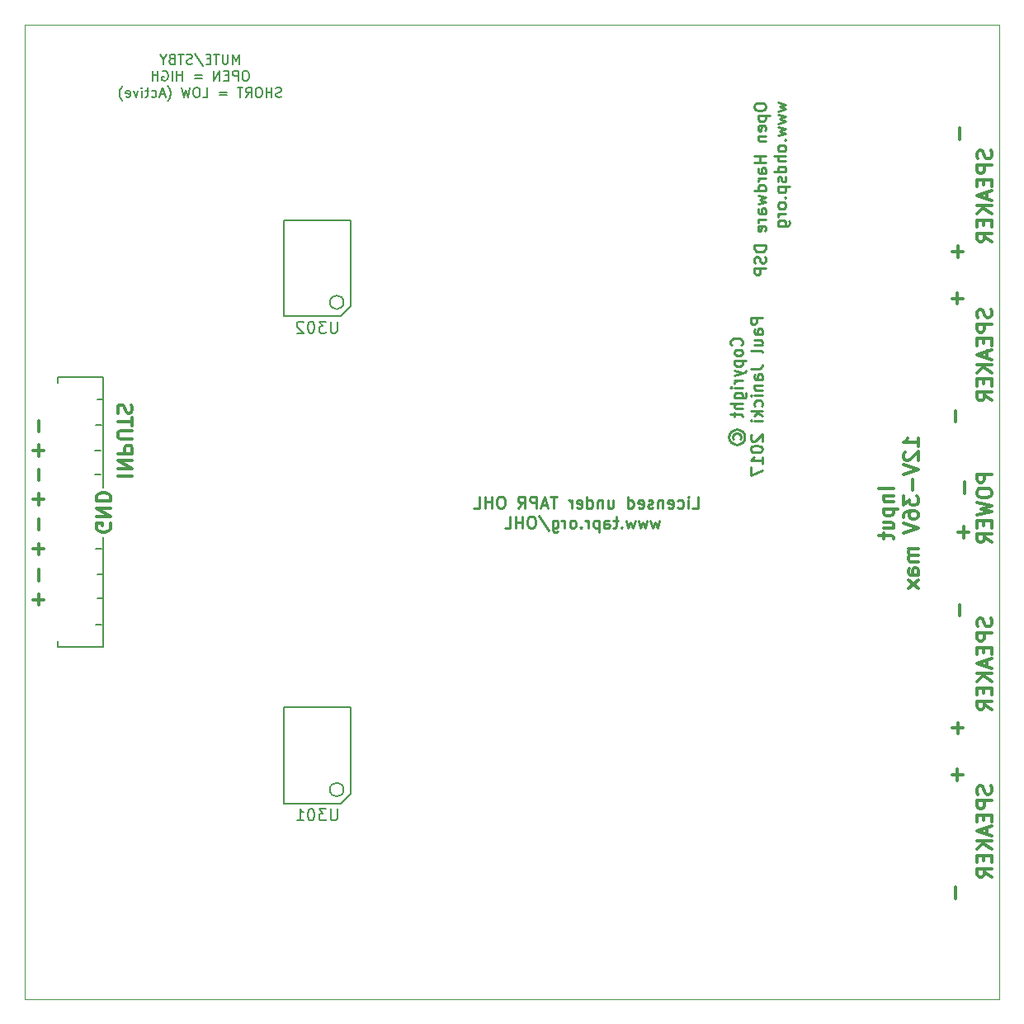
<source format=gbo>
G04 #@! TF.FileFunction,Legend,Bot*
%FSLAX46Y46*%
G04 Gerber Fmt 4.6, Leading zero omitted, Abs format (unit mm)*
G04 Created by KiCad (PCBNEW 4.0.5) date 02/14/17 11:50:05*
%MOMM*%
%LPD*%
G01*
G04 APERTURE LIST*
%ADD10C,0.150000*%
%ADD11C,0.200000*%
%ADD12C,0.300000*%
%ADD13C,0.100000*%
%ADD14C,0.250000*%
G04 APERTURE END LIST*
D10*
D11*
X22000000Y95947619D02*
X22000000Y96947619D01*
X21666666Y96233333D01*
X21333333Y96947619D01*
X21333333Y95947619D01*
X20857143Y96947619D02*
X20857143Y96138095D01*
X20809524Y96042857D01*
X20761905Y95995238D01*
X20666667Y95947619D01*
X20476190Y95947619D01*
X20380952Y95995238D01*
X20333333Y96042857D01*
X20285714Y96138095D01*
X20285714Y96947619D01*
X19952381Y96947619D02*
X19380952Y96947619D01*
X19666667Y95947619D02*
X19666667Y96947619D01*
X19047619Y96471429D02*
X18714285Y96471429D01*
X18571428Y95947619D02*
X19047619Y95947619D01*
X19047619Y96947619D01*
X18571428Y96947619D01*
X17428571Y96995238D02*
X18285714Y95709524D01*
X17142857Y95995238D02*
X17000000Y95947619D01*
X16761904Y95947619D01*
X16666666Y95995238D01*
X16619047Y96042857D01*
X16571428Y96138095D01*
X16571428Y96233333D01*
X16619047Y96328571D01*
X16666666Y96376190D01*
X16761904Y96423810D01*
X16952381Y96471429D01*
X17047619Y96519048D01*
X17095238Y96566667D01*
X17142857Y96661905D01*
X17142857Y96757143D01*
X17095238Y96852381D01*
X17047619Y96900000D01*
X16952381Y96947619D01*
X16714285Y96947619D01*
X16571428Y96900000D01*
X16285714Y96947619D02*
X15714285Y96947619D01*
X16000000Y95947619D02*
X16000000Y96947619D01*
X15047618Y96471429D02*
X14904761Y96423810D01*
X14857142Y96376190D01*
X14809523Y96280952D01*
X14809523Y96138095D01*
X14857142Y96042857D01*
X14904761Y95995238D01*
X14999999Y95947619D01*
X15380952Y95947619D01*
X15380952Y96947619D01*
X15047618Y96947619D01*
X14952380Y96900000D01*
X14904761Y96852381D01*
X14857142Y96757143D01*
X14857142Y96661905D01*
X14904761Y96566667D01*
X14952380Y96519048D01*
X15047618Y96471429D01*
X15380952Y96471429D01*
X14190476Y96423810D02*
X14190476Y95947619D01*
X14523809Y96947619D02*
X14190476Y96423810D01*
X13857142Y96947619D01*
X22738095Y95247619D02*
X22547618Y95247619D01*
X22452380Y95200000D01*
X22357142Y95104762D01*
X22309523Y94914286D01*
X22309523Y94580952D01*
X22357142Y94390476D01*
X22452380Y94295238D01*
X22547618Y94247619D01*
X22738095Y94247619D01*
X22833333Y94295238D01*
X22928571Y94390476D01*
X22976190Y94580952D01*
X22976190Y94914286D01*
X22928571Y95104762D01*
X22833333Y95200000D01*
X22738095Y95247619D01*
X21880952Y94247619D02*
X21880952Y95247619D01*
X21499999Y95247619D01*
X21404761Y95200000D01*
X21357142Y95152381D01*
X21309523Y95057143D01*
X21309523Y94914286D01*
X21357142Y94819048D01*
X21404761Y94771429D01*
X21499999Y94723810D01*
X21880952Y94723810D01*
X20880952Y94771429D02*
X20547618Y94771429D01*
X20404761Y94247619D02*
X20880952Y94247619D01*
X20880952Y95247619D01*
X20404761Y95247619D01*
X19976190Y94247619D02*
X19976190Y95247619D01*
X19404761Y94247619D01*
X19404761Y95247619D01*
X18166666Y94771429D02*
X17404761Y94771429D01*
X17404761Y94485714D02*
X18166666Y94485714D01*
X16166666Y94247619D02*
X16166666Y95247619D01*
X16166666Y94771429D02*
X15595237Y94771429D01*
X15595237Y94247619D02*
X15595237Y95247619D01*
X15119047Y94247619D02*
X15119047Y95247619D01*
X14119047Y95200000D02*
X14214285Y95247619D01*
X14357142Y95247619D01*
X14500000Y95200000D01*
X14595238Y95104762D01*
X14642857Y95009524D01*
X14690476Y94819048D01*
X14690476Y94676190D01*
X14642857Y94485714D01*
X14595238Y94390476D01*
X14500000Y94295238D01*
X14357142Y94247619D01*
X14261904Y94247619D01*
X14119047Y94295238D01*
X14071428Y94342857D01*
X14071428Y94676190D01*
X14261904Y94676190D01*
X13642857Y94247619D02*
X13642857Y95247619D01*
X13642857Y94771429D02*
X13071428Y94771429D01*
X13071428Y94247619D02*
X13071428Y95247619D01*
X26333334Y92595238D02*
X26190477Y92547619D01*
X25952381Y92547619D01*
X25857143Y92595238D01*
X25809524Y92642857D01*
X25761905Y92738095D01*
X25761905Y92833333D01*
X25809524Y92928571D01*
X25857143Y92976190D01*
X25952381Y93023810D01*
X26142858Y93071429D01*
X26238096Y93119048D01*
X26285715Y93166667D01*
X26333334Y93261905D01*
X26333334Y93357143D01*
X26285715Y93452381D01*
X26238096Y93500000D01*
X26142858Y93547619D01*
X25904762Y93547619D01*
X25761905Y93500000D01*
X25333334Y92547619D02*
X25333334Y93547619D01*
X25333334Y93071429D02*
X24761905Y93071429D01*
X24761905Y92547619D02*
X24761905Y93547619D01*
X24095239Y93547619D02*
X23904762Y93547619D01*
X23809524Y93500000D01*
X23714286Y93404762D01*
X23666667Y93214286D01*
X23666667Y92880952D01*
X23714286Y92690476D01*
X23809524Y92595238D01*
X23904762Y92547619D01*
X24095239Y92547619D01*
X24190477Y92595238D01*
X24285715Y92690476D01*
X24333334Y92880952D01*
X24333334Y93214286D01*
X24285715Y93404762D01*
X24190477Y93500000D01*
X24095239Y93547619D01*
X22666667Y92547619D02*
X23000001Y93023810D01*
X23238096Y92547619D02*
X23238096Y93547619D01*
X22857143Y93547619D01*
X22761905Y93500000D01*
X22714286Y93452381D01*
X22666667Y93357143D01*
X22666667Y93214286D01*
X22714286Y93119048D01*
X22761905Y93071429D01*
X22857143Y93023810D01*
X23238096Y93023810D01*
X22380953Y93547619D02*
X21809524Y93547619D01*
X22095239Y92547619D02*
X22095239Y93547619D01*
X20714286Y93071429D02*
X19952381Y93071429D01*
X19952381Y92785714D02*
X20714286Y92785714D01*
X18238095Y92547619D02*
X18714286Y92547619D01*
X18714286Y93547619D01*
X17714286Y93547619D02*
X17523809Y93547619D01*
X17428571Y93500000D01*
X17333333Y93404762D01*
X17285714Y93214286D01*
X17285714Y92880952D01*
X17333333Y92690476D01*
X17428571Y92595238D01*
X17523809Y92547619D01*
X17714286Y92547619D01*
X17809524Y92595238D01*
X17904762Y92690476D01*
X17952381Y92880952D01*
X17952381Y93214286D01*
X17904762Y93404762D01*
X17809524Y93500000D01*
X17714286Y93547619D01*
X16952381Y93547619D02*
X16714286Y92547619D01*
X16523809Y93261905D01*
X16333333Y92547619D01*
X16095238Y93547619D01*
X14666666Y92166667D02*
X14714286Y92214286D01*
X14809524Y92357143D01*
X14857143Y92452381D01*
X14904762Y92595238D01*
X14952381Y92833333D01*
X14952381Y93023810D01*
X14904762Y93261905D01*
X14857143Y93404762D01*
X14809524Y93500000D01*
X14714286Y93642857D01*
X14666666Y93690476D01*
X14333333Y92833333D02*
X13857142Y92833333D01*
X14428571Y92547619D02*
X14095238Y93547619D01*
X13761904Y92547619D01*
X12999999Y92595238D02*
X13095237Y92547619D01*
X13285714Y92547619D01*
X13380952Y92595238D01*
X13428571Y92642857D01*
X13476190Y92738095D01*
X13476190Y93023810D01*
X13428571Y93119048D01*
X13380952Y93166667D01*
X13285714Y93214286D01*
X13095237Y93214286D01*
X12999999Y93166667D01*
X12714285Y93214286D02*
X12333333Y93214286D01*
X12571428Y93547619D02*
X12571428Y92690476D01*
X12523809Y92595238D01*
X12428571Y92547619D01*
X12333333Y92547619D01*
X11999999Y92547619D02*
X11999999Y93214286D01*
X11999999Y93547619D02*
X12047618Y93500000D01*
X11999999Y93452381D01*
X11952380Y93500000D01*
X11999999Y93547619D01*
X11999999Y93452381D01*
X11619047Y93214286D02*
X11380952Y92547619D01*
X11142856Y93214286D01*
X10380951Y92595238D02*
X10476189Y92547619D01*
X10666666Y92547619D01*
X10761904Y92595238D01*
X10809523Y92690476D01*
X10809523Y93071429D01*
X10761904Y93166667D01*
X10666666Y93214286D01*
X10476189Y93214286D01*
X10380951Y93166667D01*
X10333332Y93071429D01*
X10333332Y92976190D01*
X10809523Y92880952D01*
X9999999Y92166667D02*
X9952380Y92214286D01*
X9857142Y92357143D01*
X9809523Y92452381D01*
X9761904Y92595238D01*
X9714285Y92833333D01*
X9714285Y93023810D01*
X9761904Y93261905D01*
X9809523Y93404762D01*
X9857142Y93500000D01*
X9952380Y93642857D01*
X9999999Y93690476D01*
D12*
X89103571Y52364286D02*
X87603571Y52364286D01*
X88103571Y51650000D02*
X89103571Y51650000D01*
X88246429Y51650000D02*
X88175000Y51578572D01*
X88103571Y51435714D01*
X88103571Y51221429D01*
X88175000Y51078572D01*
X88317857Y51007143D01*
X89103571Y51007143D01*
X88103571Y50292857D02*
X89603571Y50292857D01*
X88175000Y50292857D02*
X88103571Y50150000D01*
X88103571Y49864286D01*
X88175000Y49721429D01*
X88246429Y49650000D01*
X88389286Y49578571D01*
X88817857Y49578571D01*
X88960714Y49650000D01*
X89032143Y49721429D01*
X89103571Y49864286D01*
X89103571Y50150000D01*
X89032143Y50292857D01*
X88103571Y48292857D02*
X89103571Y48292857D01*
X88103571Y48935714D02*
X88889286Y48935714D01*
X89032143Y48864286D01*
X89103571Y48721428D01*
X89103571Y48507143D01*
X89032143Y48364286D01*
X88960714Y48292857D01*
X88103571Y47792857D02*
X88103571Y47221428D01*
X87603571Y47578571D02*
X88889286Y47578571D01*
X89032143Y47507143D01*
X89103571Y47364285D01*
X89103571Y47221428D01*
X91653571Y56685713D02*
X91653571Y57542856D01*
X91653571Y57114284D02*
X90153571Y57114284D01*
X90367857Y57257141D01*
X90510714Y57399999D01*
X90582143Y57542856D01*
X90296429Y56114285D02*
X90225000Y56042856D01*
X90153571Y55899999D01*
X90153571Y55542856D01*
X90225000Y55399999D01*
X90296429Y55328570D01*
X90439286Y55257142D01*
X90582143Y55257142D01*
X90796429Y55328570D01*
X91653571Y56185713D01*
X91653571Y55257142D01*
X90153571Y54828571D02*
X91653571Y54328571D01*
X90153571Y53828571D01*
X91082143Y53328571D02*
X91082143Y52185714D01*
X90153571Y51614285D02*
X90153571Y50685714D01*
X90725000Y51185714D01*
X90725000Y50971428D01*
X90796429Y50828571D01*
X90867857Y50757142D01*
X91010714Y50685714D01*
X91367857Y50685714D01*
X91510714Y50757142D01*
X91582143Y50828571D01*
X91653571Y50971428D01*
X91653571Y51400000D01*
X91582143Y51542857D01*
X91510714Y51614285D01*
X90153571Y49400000D02*
X90153571Y49685714D01*
X90225000Y49828571D01*
X90296429Y49900000D01*
X90510714Y50042857D01*
X90796429Y50114286D01*
X91367857Y50114286D01*
X91510714Y50042857D01*
X91582143Y49971429D01*
X91653571Y49828571D01*
X91653571Y49542857D01*
X91582143Y49400000D01*
X91510714Y49328571D01*
X91367857Y49257143D01*
X91010714Y49257143D01*
X90867857Y49328571D01*
X90796429Y49400000D01*
X90725000Y49542857D01*
X90725000Y49828571D01*
X90796429Y49971429D01*
X90867857Y50042857D01*
X91010714Y50114286D01*
X90153571Y48828572D02*
X91653571Y48328572D01*
X90153571Y47828572D01*
X91653571Y46185715D02*
X90653571Y46185715D01*
X90796429Y46185715D02*
X90725000Y46114287D01*
X90653571Y45971429D01*
X90653571Y45757144D01*
X90725000Y45614287D01*
X90867857Y45542858D01*
X91653571Y45542858D01*
X90867857Y45542858D02*
X90725000Y45471429D01*
X90653571Y45328572D01*
X90653571Y45114287D01*
X90725000Y44971429D01*
X90867857Y44900001D01*
X91653571Y44900001D01*
X91653571Y43542858D02*
X90867857Y43542858D01*
X90725000Y43614287D01*
X90653571Y43757144D01*
X90653571Y44042858D01*
X90725000Y44185715D01*
X91582143Y43542858D02*
X91653571Y43685715D01*
X91653571Y44042858D01*
X91582143Y44185715D01*
X91439286Y44257144D01*
X91296429Y44257144D01*
X91153571Y44185715D01*
X91082143Y44042858D01*
X91082143Y43685715D01*
X91010714Y43542858D01*
X91653571Y42971429D02*
X90653571Y42185715D01*
X90653571Y42971429D02*
X91653571Y42185715D01*
D11*
X3400000Y36150274D02*
X3400000Y36750274D01*
X8000000Y36150274D02*
X3400000Y36150274D01*
X8000000Y38450274D02*
X8000000Y36150274D01*
X3400000Y63800000D02*
X3400000Y63200000D01*
X8000000Y63800000D02*
X3400000Y63800000D01*
X8000000Y61500000D02*
X8000000Y63800000D01*
X7300000Y38400000D02*
X7900000Y38400000D01*
X7400000Y41100000D02*
X8000000Y41100000D01*
X7400000Y43600000D02*
X8000000Y43600000D01*
X7300000Y46200000D02*
X7900000Y46200000D01*
X7200000Y53800000D02*
X7800000Y53800000D01*
X7200000Y56300000D02*
X7800000Y56300000D01*
X7300000Y58900000D02*
X7900000Y58900000D01*
X8000000Y38400000D02*
X8000000Y47400000D01*
X7400000Y61500000D02*
X8000000Y61500000D01*
X8000000Y52500000D02*
X8000000Y61500000D01*
D12*
X8750000Y48807143D02*
X8821429Y48664286D01*
X8821429Y48450000D01*
X8750000Y48235715D01*
X8607143Y48092857D01*
X8464286Y48021429D01*
X8178571Y47950000D01*
X7964286Y47950000D01*
X7678571Y48021429D01*
X7535714Y48092857D01*
X7392857Y48235715D01*
X7321429Y48450000D01*
X7321429Y48592857D01*
X7392857Y48807143D01*
X7464286Y48878572D01*
X7964286Y48878572D01*
X7964286Y48592857D01*
X7321429Y49521429D02*
X8821429Y49521429D01*
X7321429Y50378572D01*
X8821429Y50378572D01*
X7321429Y51092858D02*
X8821429Y51092858D01*
X8821429Y51450001D01*
X8750000Y51664286D01*
X8607143Y51807144D01*
X8464286Y51878572D01*
X8178571Y51950001D01*
X7964286Y51950001D01*
X7678571Y51878572D01*
X7535714Y51807144D01*
X7392857Y51664286D01*
X7321429Y51450001D01*
X7321429Y51092858D01*
X1971428Y56292857D02*
X828571Y56292857D01*
X1400000Y55721429D02*
X1400000Y56864286D01*
X1407143Y59371428D02*
X1407143Y58228571D01*
X1971428Y51292857D02*
X828571Y51292857D01*
X1400000Y50721429D02*
X1400000Y51864286D01*
X1407143Y54371428D02*
X1407143Y53228571D01*
X1971428Y46192857D02*
X828571Y46192857D01*
X1400000Y45621429D02*
X1400000Y46764286D01*
X1407143Y49271428D02*
X1407143Y48128571D01*
X1407143Y44071428D02*
X1407143Y42928571D01*
X1971428Y40992857D02*
X828571Y40992857D01*
X1400000Y40421429D02*
X1400000Y41564286D01*
X9521429Y53692857D02*
X11021429Y53692857D01*
X9521429Y54407143D02*
X11021429Y54407143D01*
X9521429Y55264286D01*
X11021429Y55264286D01*
X9521429Y55978572D02*
X11021429Y55978572D01*
X11021429Y56550000D01*
X10950000Y56692858D01*
X10878571Y56764286D01*
X10735714Y56835715D01*
X10521429Y56835715D01*
X10378571Y56764286D01*
X10307143Y56692858D01*
X10235714Y56550000D01*
X10235714Y55978572D01*
X11021429Y57478572D02*
X9807143Y57478572D01*
X9664286Y57550000D01*
X9592857Y57621429D01*
X9521429Y57764286D01*
X9521429Y58050000D01*
X9592857Y58192858D01*
X9664286Y58264286D01*
X9807143Y58335715D01*
X11021429Y58335715D01*
X11021429Y58835715D02*
X11021429Y59692858D01*
X9521429Y59264287D02*
X11021429Y59264287D01*
X9592857Y60121429D02*
X9521429Y60335715D01*
X9521429Y60692858D01*
X9592857Y60835715D01*
X9664286Y60907144D01*
X9807143Y60978572D01*
X9950000Y60978572D01*
X10092857Y60907144D01*
X10164286Y60835715D01*
X10235714Y60692858D01*
X10307143Y60407144D01*
X10378571Y60264286D01*
X10450000Y60192858D01*
X10592857Y60121429D01*
X10735714Y60121429D01*
X10878571Y60192858D01*
X10950000Y60264286D01*
X11021429Y60407144D01*
X11021429Y60764286D01*
X10950000Y60978572D01*
X95907143Y40471428D02*
X95907143Y39328571D01*
X95707143Y28371428D02*
X95707143Y27228571D01*
X96278571Y27800000D02*
X95135714Y27800000D01*
X95492857Y10328572D02*
X95492857Y11471429D01*
X95692857Y22428572D02*
X95692857Y23571429D01*
X95121429Y23000000D02*
X96264286Y23000000D01*
X95492857Y59228572D02*
X95492857Y60371429D01*
X95692857Y71328572D02*
X95692857Y72471429D01*
X95121429Y71900000D02*
X96264286Y71900000D01*
X95907143Y89371428D02*
X95907143Y88228571D01*
X95707143Y77271428D02*
X95707143Y76128571D01*
X96278571Y76700000D02*
X95135714Y76700000D01*
X96407143Y53071428D02*
X96407143Y51928571D01*
X96307143Y48471428D02*
X96307143Y47328571D01*
X96878571Y47900000D02*
X95735714Y47900000D01*
X99178571Y53864286D02*
X97678571Y53864286D01*
X97678571Y53292858D01*
X97750000Y53150000D01*
X97821429Y53078572D01*
X97964286Y53007143D01*
X98178571Y53007143D01*
X98321429Y53078572D01*
X98392857Y53150000D01*
X98464286Y53292858D01*
X98464286Y53864286D01*
X97678571Y52078572D02*
X97678571Y51792858D01*
X97750000Y51650000D01*
X97892857Y51507143D01*
X98178571Y51435715D01*
X98678571Y51435715D01*
X98964286Y51507143D01*
X99107143Y51650000D01*
X99178571Y51792858D01*
X99178571Y52078572D01*
X99107143Y52221429D01*
X98964286Y52364286D01*
X98678571Y52435715D01*
X98178571Y52435715D01*
X97892857Y52364286D01*
X97750000Y52221429D01*
X97678571Y52078572D01*
X97678571Y50935714D02*
X99178571Y50578571D01*
X98107143Y50292857D01*
X99178571Y50007143D01*
X97678571Y49650000D01*
X98392857Y49078571D02*
X98392857Y48578571D01*
X99178571Y48364285D02*
X99178571Y49078571D01*
X97678571Y49078571D01*
X97678571Y48364285D01*
X99178571Y46864285D02*
X98464286Y47364285D01*
X99178571Y47721428D02*
X97678571Y47721428D01*
X97678571Y47150000D01*
X97750000Y47007142D01*
X97821429Y46935714D01*
X97964286Y46864285D01*
X98178571Y46864285D01*
X98321429Y46935714D01*
X98392857Y47007142D01*
X98464286Y47150000D01*
X98464286Y47721428D01*
X99107143Y70778571D02*
X99178571Y70564285D01*
X99178571Y70207142D01*
X99107143Y70064285D01*
X99035714Y69992856D01*
X98892857Y69921428D01*
X98750000Y69921428D01*
X98607143Y69992856D01*
X98535714Y70064285D01*
X98464286Y70207142D01*
X98392857Y70492856D01*
X98321429Y70635714D01*
X98250000Y70707142D01*
X98107143Y70778571D01*
X97964286Y70778571D01*
X97821429Y70707142D01*
X97750000Y70635714D01*
X97678571Y70492856D01*
X97678571Y70135714D01*
X97750000Y69921428D01*
X99178571Y69278571D02*
X97678571Y69278571D01*
X97678571Y68707143D01*
X97750000Y68564285D01*
X97821429Y68492857D01*
X97964286Y68421428D01*
X98178571Y68421428D01*
X98321429Y68492857D01*
X98392857Y68564285D01*
X98464286Y68707143D01*
X98464286Y69278571D01*
X98392857Y67778571D02*
X98392857Y67278571D01*
X99178571Y67064285D02*
X99178571Y67778571D01*
X97678571Y67778571D01*
X97678571Y67064285D01*
X98750000Y66492857D02*
X98750000Y65778571D01*
X99178571Y66635714D02*
X97678571Y66135714D01*
X99178571Y65635714D01*
X99178571Y65135714D02*
X97678571Y65135714D01*
X99178571Y64278571D02*
X98321429Y64921428D01*
X97678571Y64278571D02*
X98535714Y65135714D01*
X98392857Y63635714D02*
X98392857Y63135714D01*
X99178571Y62921428D02*
X99178571Y63635714D01*
X97678571Y63635714D01*
X97678571Y62921428D01*
X99178571Y61421428D02*
X98464286Y61921428D01*
X99178571Y62278571D02*
X97678571Y62278571D01*
X97678571Y61707143D01*
X97750000Y61564285D01*
X97821429Y61492857D01*
X97964286Y61421428D01*
X98178571Y61421428D01*
X98321429Y61492857D01*
X98392857Y61564285D01*
X98464286Y61707143D01*
X98464286Y62278571D01*
X99107143Y87078571D02*
X99178571Y86864285D01*
X99178571Y86507142D01*
X99107143Y86364285D01*
X99035714Y86292856D01*
X98892857Y86221428D01*
X98750000Y86221428D01*
X98607143Y86292856D01*
X98535714Y86364285D01*
X98464286Y86507142D01*
X98392857Y86792856D01*
X98321429Y86935714D01*
X98250000Y87007142D01*
X98107143Y87078571D01*
X97964286Y87078571D01*
X97821429Y87007142D01*
X97750000Y86935714D01*
X97678571Y86792856D01*
X97678571Y86435714D01*
X97750000Y86221428D01*
X99178571Y85578571D02*
X97678571Y85578571D01*
X97678571Y85007143D01*
X97750000Y84864285D01*
X97821429Y84792857D01*
X97964286Y84721428D01*
X98178571Y84721428D01*
X98321429Y84792857D01*
X98392857Y84864285D01*
X98464286Y85007143D01*
X98464286Y85578571D01*
X98392857Y84078571D02*
X98392857Y83578571D01*
X99178571Y83364285D02*
X99178571Y84078571D01*
X97678571Y84078571D01*
X97678571Y83364285D01*
X98750000Y82792857D02*
X98750000Y82078571D01*
X99178571Y82935714D02*
X97678571Y82435714D01*
X99178571Y81935714D01*
X99178571Y81435714D02*
X97678571Y81435714D01*
X99178571Y80578571D02*
X98321429Y81221428D01*
X97678571Y80578571D02*
X98535714Y81435714D01*
X98392857Y79935714D02*
X98392857Y79435714D01*
X99178571Y79221428D02*
X99178571Y79935714D01*
X97678571Y79935714D01*
X97678571Y79221428D01*
X99178571Y77721428D02*
X98464286Y78221428D01*
X99178571Y78578571D02*
X97678571Y78578571D01*
X97678571Y78007143D01*
X97750000Y77864285D01*
X97821429Y77792857D01*
X97964286Y77721428D01*
X98178571Y77721428D01*
X98321429Y77792857D01*
X98392857Y77864285D01*
X98464286Y78007143D01*
X98464286Y78578571D01*
X99107143Y39078571D02*
X99178571Y38864285D01*
X99178571Y38507142D01*
X99107143Y38364285D01*
X99035714Y38292856D01*
X98892857Y38221428D01*
X98750000Y38221428D01*
X98607143Y38292856D01*
X98535714Y38364285D01*
X98464286Y38507142D01*
X98392857Y38792856D01*
X98321429Y38935714D01*
X98250000Y39007142D01*
X98107143Y39078571D01*
X97964286Y39078571D01*
X97821429Y39007142D01*
X97750000Y38935714D01*
X97678571Y38792856D01*
X97678571Y38435714D01*
X97750000Y38221428D01*
X99178571Y37578571D02*
X97678571Y37578571D01*
X97678571Y37007143D01*
X97750000Y36864285D01*
X97821429Y36792857D01*
X97964286Y36721428D01*
X98178571Y36721428D01*
X98321429Y36792857D01*
X98392857Y36864285D01*
X98464286Y37007143D01*
X98464286Y37578571D01*
X98392857Y36078571D02*
X98392857Y35578571D01*
X99178571Y35364285D02*
X99178571Y36078571D01*
X97678571Y36078571D01*
X97678571Y35364285D01*
X98750000Y34792857D02*
X98750000Y34078571D01*
X99178571Y34935714D02*
X97678571Y34435714D01*
X99178571Y33935714D01*
X99178571Y33435714D02*
X97678571Y33435714D01*
X99178571Y32578571D02*
X98321429Y33221428D01*
X97678571Y32578571D02*
X98535714Y33435714D01*
X98392857Y31935714D02*
X98392857Y31435714D01*
X99178571Y31221428D02*
X99178571Y31935714D01*
X97678571Y31935714D01*
X97678571Y31221428D01*
X99178571Y29721428D02*
X98464286Y30221428D01*
X99178571Y30578571D02*
X97678571Y30578571D01*
X97678571Y30007143D01*
X97750000Y29864285D01*
X97821429Y29792857D01*
X97964286Y29721428D01*
X98178571Y29721428D01*
X98321429Y29792857D01*
X98392857Y29864285D01*
X98464286Y30007143D01*
X98464286Y30578571D01*
X99107143Y21878571D02*
X99178571Y21664285D01*
X99178571Y21307142D01*
X99107143Y21164285D01*
X99035714Y21092856D01*
X98892857Y21021428D01*
X98750000Y21021428D01*
X98607143Y21092856D01*
X98535714Y21164285D01*
X98464286Y21307142D01*
X98392857Y21592856D01*
X98321429Y21735714D01*
X98250000Y21807142D01*
X98107143Y21878571D01*
X97964286Y21878571D01*
X97821429Y21807142D01*
X97750000Y21735714D01*
X97678571Y21592856D01*
X97678571Y21235714D01*
X97750000Y21021428D01*
X99178571Y20378571D02*
X97678571Y20378571D01*
X97678571Y19807143D01*
X97750000Y19664285D01*
X97821429Y19592857D01*
X97964286Y19521428D01*
X98178571Y19521428D01*
X98321429Y19592857D01*
X98392857Y19664285D01*
X98464286Y19807143D01*
X98464286Y20378571D01*
X98392857Y18878571D02*
X98392857Y18378571D01*
X99178571Y18164285D02*
X99178571Y18878571D01*
X97678571Y18878571D01*
X97678571Y18164285D01*
X98750000Y17592857D02*
X98750000Y16878571D01*
X99178571Y17735714D02*
X97678571Y17235714D01*
X99178571Y16735714D01*
X99178571Y16235714D02*
X97678571Y16235714D01*
X99178571Y15378571D02*
X98321429Y16021428D01*
X97678571Y15378571D02*
X98535714Y16235714D01*
X98392857Y14735714D02*
X98392857Y14235714D01*
X99178571Y14021428D02*
X99178571Y14735714D01*
X97678571Y14735714D01*
X97678571Y14021428D01*
X99178571Y12521428D02*
X98464286Y13021428D01*
X99178571Y13378571D02*
X97678571Y13378571D01*
X97678571Y12807143D01*
X97750000Y12664285D01*
X97821429Y12592857D01*
X97964286Y12521428D01*
X98178571Y12521428D01*
X98321429Y12592857D01*
X98392857Y12664285D01*
X98464286Y12807143D01*
X98464286Y13378571D01*
D13*
X0Y100000000D02*
X100000000Y100000000D01*
X15000000Y0D02*
X0Y0D01*
X100000000Y0D02*
X15000000Y0D01*
D14*
X74817857Y91685714D02*
X74817857Y91457143D01*
X74875000Y91342857D01*
X74989286Y91228571D01*
X75217857Y91171429D01*
X75617857Y91171429D01*
X75846429Y91228571D01*
X75960714Y91342857D01*
X76017857Y91457143D01*
X76017857Y91685714D01*
X75960714Y91800000D01*
X75846429Y91914286D01*
X75617857Y91971429D01*
X75217857Y91971429D01*
X74989286Y91914286D01*
X74875000Y91800000D01*
X74817857Y91685714D01*
X75217857Y90657143D02*
X76417857Y90657143D01*
X75275000Y90657143D02*
X75217857Y90542857D01*
X75217857Y90314286D01*
X75275000Y90200000D01*
X75332143Y90142857D01*
X75446429Y90085714D01*
X75789286Y90085714D01*
X75903571Y90142857D01*
X75960714Y90200000D01*
X76017857Y90314286D01*
X76017857Y90542857D01*
X75960714Y90657143D01*
X75960714Y89114286D02*
X76017857Y89228572D01*
X76017857Y89457143D01*
X75960714Y89571429D01*
X75846429Y89628572D01*
X75389286Y89628572D01*
X75275000Y89571429D01*
X75217857Y89457143D01*
X75217857Y89228572D01*
X75275000Y89114286D01*
X75389286Y89057143D01*
X75503571Y89057143D01*
X75617857Y89628572D01*
X75217857Y88542858D02*
X76017857Y88542858D01*
X75332143Y88542858D02*
X75275000Y88485715D01*
X75217857Y88371429D01*
X75217857Y88200001D01*
X75275000Y88085715D01*
X75389286Y88028572D01*
X76017857Y88028572D01*
X76017857Y86542858D02*
X74817857Y86542858D01*
X75389286Y86542858D02*
X75389286Y85857143D01*
X76017857Y85857143D02*
X74817857Y85857143D01*
X76017857Y84771429D02*
X75389286Y84771429D01*
X75275000Y84828572D01*
X75217857Y84942858D01*
X75217857Y85171429D01*
X75275000Y85285715D01*
X75960714Y84771429D02*
X76017857Y84885715D01*
X76017857Y85171429D01*
X75960714Y85285715D01*
X75846429Y85342858D01*
X75732143Y85342858D01*
X75617857Y85285715D01*
X75560714Y85171429D01*
X75560714Y84885715D01*
X75503571Y84771429D01*
X76017857Y84200001D02*
X75217857Y84200001D01*
X75446429Y84200001D02*
X75332143Y84142858D01*
X75275000Y84085715D01*
X75217857Y83971429D01*
X75217857Y83857144D01*
X76017857Y82942858D02*
X74817857Y82942858D01*
X75960714Y82942858D02*
X76017857Y83057144D01*
X76017857Y83285715D01*
X75960714Y83400001D01*
X75903571Y83457144D01*
X75789286Y83514287D01*
X75446429Y83514287D01*
X75332143Y83457144D01*
X75275000Y83400001D01*
X75217857Y83285715D01*
X75217857Y83057144D01*
X75275000Y82942858D01*
X75217857Y82485715D02*
X76017857Y82257144D01*
X75446429Y82028573D01*
X76017857Y81800001D01*
X75217857Y81571430D01*
X76017857Y80600001D02*
X75389286Y80600001D01*
X75275000Y80657144D01*
X75217857Y80771430D01*
X75217857Y81000001D01*
X75275000Y81114287D01*
X75960714Y80600001D02*
X76017857Y80714287D01*
X76017857Y81000001D01*
X75960714Y81114287D01*
X75846429Y81171430D01*
X75732143Y81171430D01*
X75617857Y81114287D01*
X75560714Y81000001D01*
X75560714Y80714287D01*
X75503571Y80600001D01*
X76017857Y80028573D02*
X75217857Y80028573D01*
X75446429Y80028573D02*
X75332143Y79971430D01*
X75275000Y79914287D01*
X75217857Y79800001D01*
X75217857Y79685716D01*
X75960714Y78828573D02*
X76017857Y78942859D01*
X76017857Y79171430D01*
X75960714Y79285716D01*
X75846429Y79342859D01*
X75389286Y79342859D01*
X75275000Y79285716D01*
X75217857Y79171430D01*
X75217857Y78942859D01*
X75275000Y78828573D01*
X75389286Y78771430D01*
X75503571Y78771430D01*
X75617857Y79342859D01*
X76017857Y77342859D02*
X74817857Y77342859D01*
X74817857Y77057144D01*
X74875000Y76885716D01*
X74989286Y76771430D01*
X75103571Y76714287D01*
X75332143Y76657144D01*
X75503571Y76657144D01*
X75732143Y76714287D01*
X75846429Y76771430D01*
X75960714Y76885716D01*
X76017857Y77057144D01*
X76017857Y77342859D01*
X75960714Y76200002D02*
X76017857Y76028573D01*
X76017857Y75742859D01*
X75960714Y75628573D01*
X75903571Y75571430D01*
X75789286Y75514287D01*
X75675000Y75514287D01*
X75560714Y75571430D01*
X75503571Y75628573D01*
X75446429Y75742859D01*
X75389286Y75971430D01*
X75332143Y76085716D01*
X75275000Y76142859D01*
X75160714Y76200002D01*
X75046429Y76200002D01*
X74932143Y76142859D01*
X74875000Y76085716D01*
X74817857Y75971430D01*
X74817857Y75685716D01*
X74875000Y75514287D01*
X76017857Y75000002D02*
X74817857Y75000002D01*
X74817857Y74542859D01*
X74875000Y74428573D01*
X74932143Y74371430D01*
X75046429Y74314287D01*
X75217857Y74314287D01*
X75332143Y74371430D01*
X75389286Y74428573D01*
X75446429Y74542859D01*
X75446429Y75000002D01*
X77267857Y92028571D02*
X78067857Y91800000D01*
X77496429Y91571429D01*
X78067857Y91342857D01*
X77267857Y91114286D01*
X77267857Y90771428D02*
X78067857Y90542857D01*
X77496429Y90314286D01*
X78067857Y90085714D01*
X77267857Y89857143D01*
X77267857Y89514285D02*
X78067857Y89285714D01*
X77496429Y89057143D01*
X78067857Y88828571D01*
X77267857Y88600000D01*
X77953571Y88142857D02*
X78010714Y88085714D01*
X78067857Y88142857D01*
X78010714Y88200000D01*
X77953571Y88142857D01*
X78067857Y88142857D01*
X78067857Y87399999D02*
X78010714Y87514285D01*
X77953571Y87571428D01*
X77839286Y87628571D01*
X77496429Y87628571D01*
X77382143Y87571428D01*
X77325000Y87514285D01*
X77267857Y87399999D01*
X77267857Y87228571D01*
X77325000Y87114285D01*
X77382143Y87057142D01*
X77496429Y86999999D01*
X77839286Y86999999D01*
X77953571Y87057142D01*
X78010714Y87114285D01*
X78067857Y87228571D01*
X78067857Y87399999D01*
X78067857Y86485714D02*
X76867857Y86485714D01*
X78067857Y85971428D02*
X77439286Y85971428D01*
X77325000Y86028571D01*
X77267857Y86142857D01*
X77267857Y86314285D01*
X77325000Y86428571D01*
X77382143Y86485714D01*
X78067857Y84885714D02*
X76867857Y84885714D01*
X78010714Y84885714D02*
X78067857Y85000000D01*
X78067857Y85228571D01*
X78010714Y85342857D01*
X77953571Y85400000D01*
X77839286Y85457143D01*
X77496429Y85457143D01*
X77382143Y85400000D01*
X77325000Y85342857D01*
X77267857Y85228571D01*
X77267857Y85000000D01*
X77325000Y84885714D01*
X78010714Y84371429D02*
X78067857Y84257143D01*
X78067857Y84028571D01*
X78010714Y83914286D01*
X77896429Y83857143D01*
X77839286Y83857143D01*
X77725000Y83914286D01*
X77667857Y84028571D01*
X77667857Y84200000D01*
X77610714Y84314286D01*
X77496429Y84371429D01*
X77439286Y84371429D01*
X77325000Y84314286D01*
X77267857Y84200000D01*
X77267857Y84028571D01*
X77325000Y83914286D01*
X77267857Y83342857D02*
X78467857Y83342857D01*
X77325000Y83342857D02*
X77267857Y83228571D01*
X77267857Y83000000D01*
X77325000Y82885714D01*
X77382143Y82828571D01*
X77496429Y82771428D01*
X77839286Y82771428D01*
X77953571Y82828571D01*
X78010714Y82885714D01*
X78067857Y83000000D01*
X78067857Y83228571D01*
X78010714Y83342857D01*
X77953571Y82257143D02*
X78010714Y82200000D01*
X78067857Y82257143D01*
X78010714Y82314286D01*
X77953571Y82257143D01*
X78067857Y82257143D01*
X78067857Y81514285D02*
X78010714Y81628571D01*
X77953571Y81685714D01*
X77839286Y81742857D01*
X77496429Y81742857D01*
X77382143Y81685714D01*
X77325000Y81628571D01*
X77267857Y81514285D01*
X77267857Y81342857D01*
X77325000Y81228571D01*
X77382143Y81171428D01*
X77496429Y81114285D01*
X77839286Y81114285D01*
X77953571Y81171428D01*
X78010714Y81228571D01*
X78067857Y81342857D01*
X78067857Y81514285D01*
X78067857Y80600000D02*
X77267857Y80600000D01*
X77496429Y80600000D02*
X77382143Y80542857D01*
X77325000Y80485714D01*
X77267857Y80371428D01*
X77267857Y80257143D01*
X77267857Y79342857D02*
X78239286Y79342857D01*
X78353571Y79400000D01*
X78410714Y79457143D01*
X78467857Y79571428D01*
X78467857Y79742857D01*
X78410714Y79857143D01*
X78010714Y79342857D02*
X78067857Y79457143D01*
X78067857Y79685714D01*
X78010714Y79800000D01*
X77953571Y79857143D01*
X77839286Y79914286D01*
X77496429Y79914286D01*
X77382143Y79857143D01*
X77325000Y79800000D01*
X77267857Y79685714D01*
X77267857Y79457143D01*
X77325000Y79342857D01*
X73503571Y67099999D02*
X73560714Y67157142D01*
X73617857Y67328571D01*
X73617857Y67442857D01*
X73560714Y67614285D01*
X73446429Y67728571D01*
X73332143Y67785714D01*
X73103571Y67842857D01*
X72932143Y67842857D01*
X72703571Y67785714D01*
X72589286Y67728571D01*
X72475000Y67614285D01*
X72417857Y67442857D01*
X72417857Y67328571D01*
X72475000Y67157142D01*
X72532143Y67099999D01*
X73617857Y66414285D02*
X73560714Y66528571D01*
X73503571Y66585714D01*
X73389286Y66642857D01*
X73046429Y66642857D01*
X72932143Y66585714D01*
X72875000Y66528571D01*
X72817857Y66414285D01*
X72817857Y66242857D01*
X72875000Y66128571D01*
X72932143Y66071428D01*
X73046429Y66014285D01*
X73389286Y66014285D01*
X73503571Y66071428D01*
X73560714Y66128571D01*
X73617857Y66242857D01*
X73617857Y66414285D01*
X72817857Y65500000D02*
X74017857Y65500000D01*
X72875000Y65500000D02*
X72817857Y65385714D01*
X72817857Y65157143D01*
X72875000Y65042857D01*
X72932143Y64985714D01*
X73046429Y64928571D01*
X73389286Y64928571D01*
X73503571Y64985714D01*
X73560714Y65042857D01*
X73617857Y65157143D01*
X73617857Y65385714D01*
X73560714Y65500000D01*
X72817857Y64528571D02*
X73617857Y64242857D01*
X72817857Y63957143D02*
X73617857Y64242857D01*
X73903571Y64357143D01*
X73960714Y64414286D01*
X74017857Y64528571D01*
X73617857Y63500000D02*
X72817857Y63500000D01*
X73046429Y63500000D02*
X72932143Y63442857D01*
X72875000Y63385714D01*
X72817857Y63271428D01*
X72817857Y63157143D01*
X73617857Y62757143D02*
X72817857Y62757143D01*
X72417857Y62757143D02*
X72475000Y62814286D01*
X72532143Y62757143D01*
X72475000Y62700000D01*
X72417857Y62757143D01*
X72532143Y62757143D01*
X72817857Y61671428D02*
X73789286Y61671428D01*
X73903571Y61728571D01*
X73960714Y61785714D01*
X74017857Y61899999D01*
X74017857Y62071428D01*
X73960714Y62185714D01*
X73560714Y61671428D02*
X73617857Y61785714D01*
X73617857Y62014285D01*
X73560714Y62128571D01*
X73503571Y62185714D01*
X73389286Y62242857D01*
X73046429Y62242857D01*
X72932143Y62185714D01*
X72875000Y62128571D01*
X72817857Y62014285D01*
X72817857Y61785714D01*
X72875000Y61671428D01*
X73617857Y61100000D02*
X72417857Y61100000D01*
X73617857Y60585714D02*
X72989286Y60585714D01*
X72875000Y60642857D01*
X72817857Y60757143D01*
X72817857Y60928571D01*
X72875000Y61042857D01*
X72932143Y61100000D01*
X72817857Y60185714D02*
X72817857Y59728571D01*
X72417857Y60014286D02*
X73446429Y60014286D01*
X73560714Y59957143D01*
X73617857Y59842857D01*
X73617857Y59728571D01*
X72703571Y57442857D02*
X72646429Y57557143D01*
X72646429Y57785714D01*
X72703571Y57900000D01*
X72817857Y58014286D01*
X72932143Y58071429D01*
X73160714Y58071429D01*
X73275000Y58014286D01*
X73389286Y57900000D01*
X73446429Y57785714D01*
X73446429Y57557143D01*
X73389286Y57442857D01*
X72246429Y57671429D02*
X72303571Y57957143D01*
X72475000Y58242857D01*
X72760714Y58414286D01*
X73046429Y58471429D01*
X73332143Y58414286D01*
X73617857Y58242857D01*
X73789286Y57957143D01*
X73846429Y57671429D01*
X73789286Y57385714D01*
X73617857Y57100000D01*
X73332143Y56928571D01*
X73046429Y56871429D01*
X72760714Y56928571D01*
X72475000Y57100000D01*
X72303571Y57385714D01*
X72246429Y57671429D01*
X75667857Y69928571D02*
X74467857Y69928571D01*
X74467857Y69471428D01*
X74525000Y69357142D01*
X74582143Y69299999D01*
X74696429Y69242856D01*
X74867857Y69242856D01*
X74982143Y69299999D01*
X75039286Y69357142D01*
X75096429Y69471428D01*
X75096429Y69928571D01*
X75667857Y68214285D02*
X75039286Y68214285D01*
X74925000Y68271428D01*
X74867857Y68385714D01*
X74867857Y68614285D01*
X74925000Y68728571D01*
X75610714Y68214285D02*
X75667857Y68328571D01*
X75667857Y68614285D01*
X75610714Y68728571D01*
X75496429Y68785714D01*
X75382143Y68785714D01*
X75267857Y68728571D01*
X75210714Y68614285D01*
X75210714Y68328571D01*
X75153571Y68214285D01*
X74867857Y67128571D02*
X75667857Y67128571D01*
X74867857Y67642857D02*
X75496429Y67642857D01*
X75610714Y67585714D01*
X75667857Y67471428D01*
X75667857Y67300000D01*
X75610714Y67185714D01*
X75553571Y67128571D01*
X75667857Y66385714D02*
X75610714Y66500000D01*
X75496429Y66557143D01*
X74467857Y66557143D01*
X74467857Y64671429D02*
X75325000Y64671429D01*
X75496429Y64728571D01*
X75610714Y64842857D01*
X75667857Y65014286D01*
X75667857Y65128571D01*
X75667857Y63585714D02*
X75039286Y63585714D01*
X74925000Y63642857D01*
X74867857Y63757143D01*
X74867857Y63985714D01*
X74925000Y64100000D01*
X75610714Y63585714D02*
X75667857Y63700000D01*
X75667857Y63985714D01*
X75610714Y64100000D01*
X75496429Y64157143D01*
X75382143Y64157143D01*
X75267857Y64100000D01*
X75210714Y63985714D01*
X75210714Y63700000D01*
X75153571Y63585714D01*
X74867857Y63014286D02*
X75667857Y63014286D01*
X74982143Y63014286D02*
X74925000Y62957143D01*
X74867857Y62842857D01*
X74867857Y62671429D01*
X74925000Y62557143D01*
X75039286Y62500000D01*
X75667857Y62500000D01*
X75667857Y61928572D02*
X74867857Y61928572D01*
X74467857Y61928572D02*
X74525000Y61985715D01*
X74582143Y61928572D01*
X74525000Y61871429D01*
X74467857Y61928572D01*
X74582143Y61928572D01*
X75610714Y60842857D02*
X75667857Y60957143D01*
X75667857Y61185714D01*
X75610714Y61300000D01*
X75553571Y61357143D01*
X75439286Y61414286D01*
X75096429Y61414286D01*
X74982143Y61357143D01*
X74925000Y61300000D01*
X74867857Y61185714D01*
X74867857Y60957143D01*
X74925000Y60842857D01*
X75667857Y60328572D02*
X74467857Y60328572D01*
X75210714Y60214286D02*
X75667857Y59871429D01*
X74867857Y59871429D02*
X75325000Y60328572D01*
X75667857Y59357143D02*
X74867857Y59357143D01*
X74467857Y59357143D02*
X74525000Y59414286D01*
X74582143Y59357143D01*
X74525000Y59300000D01*
X74467857Y59357143D01*
X74582143Y59357143D01*
X74582143Y57928571D02*
X74525000Y57871428D01*
X74467857Y57757142D01*
X74467857Y57471428D01*
X74525000Y57357142D01*
X74582143Y57299999D01*
X74696429Y57242856D01*
X74810714Y57242856D01*
X74982143Y57299999D01*
X75667857Y57985713D01*
X75667857Y57242856D01*
X74467857Y56499999D02*
X74467857Y56385714D01*
X74525000Y56271428D01*
X74582143Y56214285D01*
X74696429Y56157142D01*
X74925000Y56099999D01*
X75210714Y56099999D01*
X75439286Y56157142D01*
X75553571Y56214285D01*
X75610714Y56271428D01*
X75667857Y56385714D01*
X75667857Y56499999D01*
X75610714Y56614285D01*
X75553571Y56671428D01*
X75439286Y56728571D01*
X75210714Y56785714D01*
X74925000Y56785714D01*
X74696429Y56728571D01*
X74582143Y56671428D01*
X74525000Y56614285D01*
X74467857Y56499999D01*
X75667857Y54957142D02*
X75667857Y55642857D01*
X75667857Y55299999D02*
X74467857Y55299999D01*
X74639286Y55414285D01*
X74753571Y55528571D01*
X74810714Y55642857D01*
X74467857Y54557142D02*
X74467857Y53757142D01*
X75667857Y54271428D01*
X68485714Y50382143D02*
X69057143Y50382143D01*
X69057143Y51582143D01*
X68085714Y50382143D02*
X68085714Y51182143D01*
X68085714Y51582143D02*
X68142857Y51525000D01*
X68085714Y51467857D01*
X68028571Y51525000D01*
X68085714Y51582143D01*
X68085714Y51467857D01*
X66999999Y50439286D02*
X67114285Y50382143D01*
X67342856Y50382143D01*
X67457142Y50439286D01*
X67514285Y50496429D01*
X67571428Y50610714D01*
X67571428Y50953571D01*
X67514285Y51067857D01*
X67457142Y51125000D01*
X67342856Y51182143D01*
X67114285Y51182143D01*
X66999999Y51125000D01*
X66028571Y50439286D02*
X66142857Y50382143D01*
X66371428Y50382143D01*
X66485714Y50439286D01*
X66542857Y50553571D01*
X66542857Y51010714D01*
X66485714Y51125000D01*
X66371428Y51182143D01*
X66142857Y51182143D01*
X66028571Y51125000D01*
X65971428Y51010714D01*
X65971428Y50896429D01*
X66542857Y50782143D01*
X65457143Y51182143D02*
X65457143Y50382143D01*
X65457143Y51067857D02*
X65400000Y51125000D01*
X65285714Y51182143D01*
X65114286Y51182143D01*
X65000000Y51125000D01*
X64942857Y51010714D01*
X64942857Y50382143D01*
X64428572Y50439286D02*
X64314286Y50382143D01*
X64085714Y50382143D01*
X63971429Y50439286D01*
X63914286Y50553571D01*
X63914286Y50610714D01*
X63971429Y50725000D01*
X64085714Y50782143D01*
X64257143Y50782143D01*
X64371429Y50839286D01*
X64428572Y50953571D01*
X64428572Y51010714D01*
X64371429Y51125000D01*
X64257143Y51182143D01*
X64085714Y51182143D01*
X63971429Y51125000D01*
X62942857Y50439286D02*
X63057143Y50382143D01*
X63285714Y50382143D01*
X63400000Y50439286D01*
X63457143Y50553571D01*
X63457143Y51010714D01*
X63400000Y51125000D01*
X63285714Y51182143D01*
X63057143Y51182143D01*
X62942857Y51125000D01*
X62885714Y51010714D01*
X62885714Y50896429D01*
X63457143Y50782143D01*
X61857143Y50382143D02*
X61857143Y51582143D01*
X61857143Y50439286D02*
X61971429Y50382143D01*
X62200000Y50382143D01*
X62314286Y50439286D01*
X62371429Y50496429D01*
X62428572Y50610714D01*
X62428572Y50953571D01*
X62371429Y51067857D01*
X62314286Y51125000D01*
X62200000Y51182143D01*
X61971429Y51182143D01*
X61857143Y51125000D01*
X59857143Y51182143D02*
X59857143Y50382143D01*
X60371429Y51182143D02*
X60371429Y50553571D01*
X60314286Y50439286D01*
X60200000Y50382143D01*
X60028572Y50382143D01*
X59914286Y50439286D01*
X59857143Y50496429D01*
X59285715Y51182143D02*
X59285715Y50382143D01*
X59285715Y51067857D02*
X59228572Y51125000D01*
X59114286Y51182143D01*
X58942858Y51182143D01*
X58828572Y51125000D01*
X58771429Y51010714D01*
X58771429Y50382143D01*
X57685715Y50382143D02*
X57685715Y51582143D01*
X57685715Y50439286D02*
X57800001Y50382143D01*
X58028572Y50382143D01*
X58142858Y50439286D01*
X58200001Y50496429D01*
X58257144Y50610714D01*
X58257144Y50953571D01*
X58200001Y51067857D01*
X58142858Y51125000D01*
X58028572Y51182143D01*
X57800001Y51182143D01*
X57685715Y51125000D01*
X56657144Y50439286D02*
X56771430Y50382143D01*
X57000001Y50382143D01*
X57114287Y50439286D01*
X57171430Y50553571D01*
X57171430Y51010714D01*
X57114287Y51125000D01*
X57000001Y51182143D01*
X56771430Y51182143D01*
X56657144Y51125000D01*
X56600001Y51010714D01*
X56600001Y50896429D01*
X57171430Y50782143D01*
X56085716Y50382143D02*
X56085716Y51182143D01*
X56085716Y50953571D02*
X56028573Y51067857D01*
X55971430Y51125000D01*
X55857144Y51182143D01*
X55742859Y51182143D01*
X54600001Y51582143D02*
X53914287Y51582143D01*
X54257144Y50382143D02*
X54257144Y51582143D01*
X53571430Y50725000D02*
X53000001Y50725000D01*
X53685715Y50382143D02*
X53285715Y51582143D01*
X52885715Y50382143D01*
X52485716Y50382143D02*
X52485716Y51582143D01*
X52028573Y51582143D01*
X51914287Y51525000D01*
X51857144Y51467857D01*
X51800001Y51353571D01*
X51800001Y51182143D01*
X51857144Y51067857D01*
X51914287Y51010714D01*
X52028573Y50953571D01*
X52485716Y50953571D01*
X50600001Y50382143D02*
X51000001Y50953571D01*
X51285716Y50382143D02*
X51285716Y51582143D01*
X50828573Y51582143D01*
X50714287Y51525000D01*
X50657144Y51467857D01*
X50600001Y51353571D01*
X50600001Y51182143D01*
X50657144Y51067857D01*
X50714287Y51010714D01*
X50828573Y50953571D01*
X51285716Y50953571D01*
X48942858Y51582143D02*
X48714287Y51582143D01*
X48600001Y51525000D01*
X48485715Y51410714D01*
X48428573Y51182143D01*
X48428573Y50782143D01*
X48485715Y50553571D01*
X48600001Y50439286D01*
X48714287Y50382143D01*
X48942858Y50382143D01*
X49057144Y50439286D01*
X49171430Y50553571D01*
X49228573Y50782143D01*
X49228573Y51182143D01*
X49171430Y51410714D01*
X49057144Y51525000D01*
X48942858Y51582143D01*
X47914287Y50382143D02*
X47914287Y51582143D01*
X47914287Y51010714D02*
X47228572Y51010714D01*
X47228572Y50382143D02*
X47228572Y51582143D01*
X46085715Y50382143D02*
X46657144Y50382143D01*
X46657144Y51582143D01*
X65114285Y49132143D02*
X64885714Y48332143D01*
X64657143Y48903571D01*
X64428571Y48332143D01*
X64200000Y49132143D01*
X63857142Y49132143D02*
X63628571Y48332143D01*
X63400000Y48903571D01*
X63171428Y48332143D01*
X62942857Y49132143D01*
X62599999Y49132143D02*
X62371428Y48332143D01*
X62142857Y48903571D01*
X61914285Y48332143D01*
X61685714Y49132143D01*
X61228571Y48446429D02*
X61171428Y48389286D01*
X61228571Y48332143D01*
X61285714Y48389286D01*
X61228571Y48446429D01*
X61228571Y48332143D01*
X60828570Y49132143D02*
X60371427Y49132143D01*
X60657142Y49532143D02*
X60657142Y48503571D01*
X60599999Y48389286D01*
X60485713Y48332143D01*
X60371427Y48332143D01*
X59457142Y48332143D02*
X59457142Y48960714D01*
X59514285Y49075000D01*
X59628571Y49132143D01*
X59857142Y49132143D01*
X59971428Y49075000D01*
X59457142Y48389286D02*
X59571428Y48332143D01*
X59857142Y48332143D01*
X59971428Y48389286D01*
X60028571Y48503571D01*
X60028571Y48617857D01*
X59971428Y48732143D01*
X59857142Y48789286D01*
X59571428Y48789286D01*
X59457142Y48846429D01*
X58885714Y49132143D02*
X58885714Y47932143D01*
X58885714Y49075000D02*
X58771428Y49132143D01*
X58542857Y49132143D01*
X58428571Y49075000D01*
X58371428Y49017857D01*
X58314285Y48903571D01*
X58314285Y48560714D01*
X58371428Y48446429D01*
X58428571Y48389286D01*
X58542857Y48332143D01*
X58771428Y48332143D01*
X58885714Y48389286D01*
X57800000Y48332143D02*
X57800000Y49132143D01*
X57800000Y48903571D02*
X57742857Y49017857D01*
X57685714Y49075000D01*
X57571428Y49132143D01*
X57457143Y49132143D01*
X57057143Y48446429D02*
X57000000Y48389286D01*
X57057143Y48332143D01*
X57114286Y48389286D01*
X57057143Y48446429D01*
X57057143Y48332143D01*
X56314285Y48332143D02*
X56428571Y48389286D01*
X56485714Y48446429D01*
X56542857Y48560714D01*
X56542857Y48903571D01*
X56485714Y49017857D01*
X56428571Y49075000D01*
X56314285Y49132143D01*
X56142857Y49132143D01*
X56028571Y49075000D01*
X55971428Y49017857D01*
X55914285Y48903571D01*
X55914285Y48560714D01*
X55971428Y48446429D01*
X56028571Y48389286D01*
X56142857Y48332143D01*
X56314285Y48332143D01*
X55400000Y48332143D02*
X55400000Y49132143D01*
X55400000Y48903571D02*
X55342857Y49017857D01*
X55285714Y49075000D01*
X55171428Y49132143D01*
X55057143Y49132143D01*
X54142857Y49132143D02*
X54142857Y48160714D01*
X54200000Y48046429D01*
X54257143Y47989286D01*
X54371428Y47932143D01*
X54542857Y47932143D01*
X54657143Y47989286D01*
X54142857Y48389286D02*
X54257143Y48332143D01*
X54485714Y48332143D01*
X54600000Y48389286D01*
X54657143Y48446429D01*
X54714286Y48560714D01*
X54714286Y48903571D01*
X54657143Y49017857D01*
X54600000Y49075000D01*
X54485714Y49132143D01*
X54257143Y49132143D01*
X54142857Y49075000D01*
X52714286Y49589286D02*
X53742857Y48046429D01*
X52085714Y49532143D02*
X51857143Y49532143D01*
X51742857Y49475000D01*
X51628571Y49360714D01*
X51571429Y49132143D01*
X51571429Y48732143D01*
X51628571Y48503571D01*
X51742857Y48389286D01*
X51857143Y48332143D01*
X52085714Y48332143D01*
X52200000Y48389286D01*
X52314286Y48503571D01*
X52371429Y48732143D01*
X52371429Y49132143D01*
X52314286Y49360714D01*
X52200000Y49475000D01*
X52085714Y49532143D01*
X51057143Y48332143D02*
X51057143Y49532143D01*
X51057143Y48960714D02*
X50371428Y48960714D01*
X50371428Y48332143D02*
X50371428Y49532143D01*
X49228571Y48332143D02*
X49800000Y48332143D01*
X49800000Y49532143D01*
D13*
X100000000Y100000000D02*
X100000000Y0D01*
X0Y0D02*
X0Y100000000D01*
D11*
X32707107Y71500000D02*
G75*
G03X32707107Y71500000I-707107J0D01*
G01*
D10*
X33400000Y71070000D02*
X32400000Y70070000D01*
X32400000Y70070000D02*
X26600000Y70070000D01*
X26600000Y70070000D02*
X26600000Y79930000D01*
X26600000Y79930000D02*
X33400000Y79930000D01*
X33400000Y79930000D02*
X33400000Y71070000D01*
D11*
X32707107Y21500000D02*
G75*
G03X32707107Y21500000I-707107J0D01*
G01*
D10*
X33400000Y21070000D02*
X32400000Y20070000D01*
X32400000Y20070000D02*
X26600000Y20070000D01*
X26600000Y20070000D02*
X26600000Y29930000D01*
X26600000Y29930000D02*
X33400000Y29930000D01*
X33400000Y29930000D02*
X33400000Y21070000D01*
X32057143Y69527143D02*
X32057143Y68555714D01*
X32000000Y68441429D01*
X31942857Y68384286D01*
X31828571Y68327143D01*
X31600000Y68327143D01*
X31485714Y68384286D01*
X31428571Y68441429D01*
X31371428Y68555714D01*
X31371428Y69527143D01*
X30914285Y69527143D02*
X30171428Y69527143D01*
X30571428Y69070000D01*
X30400000Y69070000D01*
X30285714Y69012857D01*
X30228571Y68955714D01*
X30171428Y68841429D01*
X30171428Y68555714D01*
X30228571Y68441429D01*
X30285714Y68384286D01*
X30400000Y68327143D01*
X30742857Y68327143D01*
X30857143Y68384286D01*
X30914285Y68441429D01*
X29428571Y69527143D02*
X29314286Y69527143D01*
X29200000Y69470000D01*
X29142857Y69412857D01*
X29085714Y69298571D01*
X29028571Y69070000D01*
X29028571Y68784286D01*
X29085714Y68555714D01*
X29142857Y68441429D01*
X29200000Y68384286D01*
X29314286Y68327143D01*
X29428571Y68327143D01*
X29542857Y68384286D01*
X29600000Y68441429D01*
X29657143Y68555714D01*
X29714286Y68784286D01*
X29714286Y69070000D01*
X29657143Y69298571D01*
X29600000Y69412857D01*
X29542857Y69470000D01*
X29428571Y69527143D01*
X28571429Y69412857D02*
X28514286Y69470000D01*
X28400000Y69527143D01*
X28114286Y69527143D01*
X28000000Y69470000D01*
X27942857Y69412857D01*
X27885714Y69298571D01*
X27885714Y69184286D01*
X27942857Y69012857D01*
X28628571Y68327143D01*
X27885714Y68327143D01*
X32057143Y19527143D02*
X32057143Y18555714D01*
X32000000Y18441429D01*
X31942857Y18384286D01*
X31828571Y18327143D01*
X31600000Y18327143D01*
X31485714Y18384286D01*
X31428571Y18441429D01*
X31371428Y18555714D01*
X31371428Y19527143D01*
X30914285Y19527143D02*
X30171428Y19527143D01*
X30571428Y19070000D01*
X30400000Y19070000D01*
X30285714Y19012857D01*
X30228571Y18955714D01*
X30171428Y18841429D01*
X30171428Y18555714D01*
X30228571Y18441429D01*
X30285714Y18384286D01*
X30400000Y18327143D01*
X30742857Y18327143D01*
X30857143Y18384286D01*
X30914285Y18441429D01*
X29428571Y19527143D02*
X29314286Y19527143D01*
X29200000Y19470000D01*
X29142857Y19412857D01*
X29085714Y19298571D01*
X29028571Y19070000D01*
X29028571Y18784286D01*
X29085714Y18555714D01*
X29142857Y18441429D01*
X29200000Y18384286D01*
X29314286Y18327143D01*
X29428571Y18327143D01*
X29542857Y18384286D01*
X29600000Y18441429D01*
X29657143Y18555714D01*
X29714286Y18784286D01*
X29714286Y19070000D01*
X29657143Y19298571D01*
X29600000Y19412857D01*
X29542857Y19470000D01*
X29428571Y19527143D01*
X27885714Y18327143D02*
X28571429Y18327143D01*
X28228571Y18327143D02*
X28228571Y19527143D01*
X28342857Y19355714D01*
X28457143Y19241429D01*
X28571429Y19184286D01*
M02*

</source>
